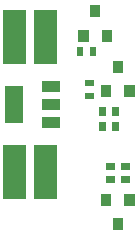
<source format=gbr>
G04 start of page 10 for group -4015 idx -4015 *
G04 Title: (unknown), toppaste *
G04 Creator: pcb 20110918 *
G04 CreationDate: Sun Aug 11 05:18:20 2013 UTC *
G04 For: mokus *
G04 Format: Gerber/RS-274X *
G04 PCB-Dimensions: 60000 100000 *
G04 PCB-Coordinate-Origin: lower left *
%MOIN*%
%FSLAX25Y25*%
%LNTOPPASTE*%
%ADD60R,0.0340X0.0340*%
%ADD59R,0.0216X0.0216*%
%ADD58R,0.0750X0.0750*%
%ADD57R,0.0610X0.0610*%
%ADD56R,0.0370X0.0370*%
G54D56*X19000Y48900D02*X21400D01*
X19000Y55000D02*X21400D01*
X19000Y61100D02*X21400D01*
G54D57*X8000Y58000D02*Y52000D01*
G54D58*X8100Y82700D02*Y72300D01*
X18500Y82700D02*Y72300D01*
X8100Y37700D02*Y27300D01*
X18500Y37700D02*Y27300D01*
G54D59*X32607Y57835D02*X33393D01*
X32607Y62165D02*X33393D01*
X34330Y72893D02*Y72107D01*
X30000Y72893D02*Y72107D01*
G54D60*X31100Y78100D02*Y77500D01*
X38900Y78100D02*Y77500D01*
X35000Y86300D02*Y85700D01*
X38600Y59600D02*Y59000D01*
X46400Y59600D02*Y59000D01*
X42500Y67800D02*Y67200D01*
G54D59*X41830Y47893D02*Y47107D01*
X37500Y47893D02*Y47107D01*
X41830Y52893D02*Y52107D01*
X37500Y52893D02*Y52107D01*
G54D60*X46400Y23500D02*Y22900D01*
X38600Y23500D02*Y22900D01*
X42500Y15300D02*Y14700D01*
G54D59*X39607Y34330D02*X40393D01*
X39607Y30000D02*X40393D01*
X44607Y34330D02*X45393D01*
X44607Y30000D02*X45393D01*
M02*

</source>
